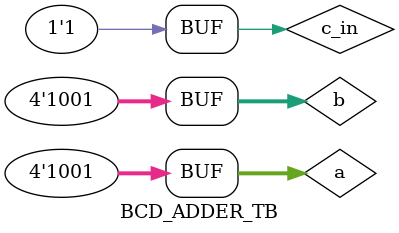
<source format=sv>
`timescale 1ns/1ps

module BCD_ADDER_TB;
  
    // Inputs
    reg [3:0] a;
    reg [3:0] b;
    reg c_in;
  
    // Outputs
    wire [3:0] sum;
    wire carry;

    BCD_ADDER DUT(
        .a(a), 
        .b(b), 
        .c_in(c_in), 
        .sum(sum), 
        .carry(carry)
    );

    initial 
      begin
        $dumpfile("waveform.vcd");
        $dumpvars;
      end 
  
  initial 
    begin 
        a = 0;  b = 0;  c_in = 0;   #100;
        a = 4;  b = 8;  c_in = 1;   #100;
        a = 4;  b = 1;  c_in = 0;   #100;
        a = 6;  b = 9;  c_in = 1;   #100;
        a = 6;  b = 9;  c_in = 0;   #100;
        a = 8;  b = 2;  c_in = 0;   #100;
        a = 8;  b = 2;  c_in = 1;   #100;
        a = 9;  b = 9;  c_in = 1;   #100;
   
    end
     
endmodule

</source>
